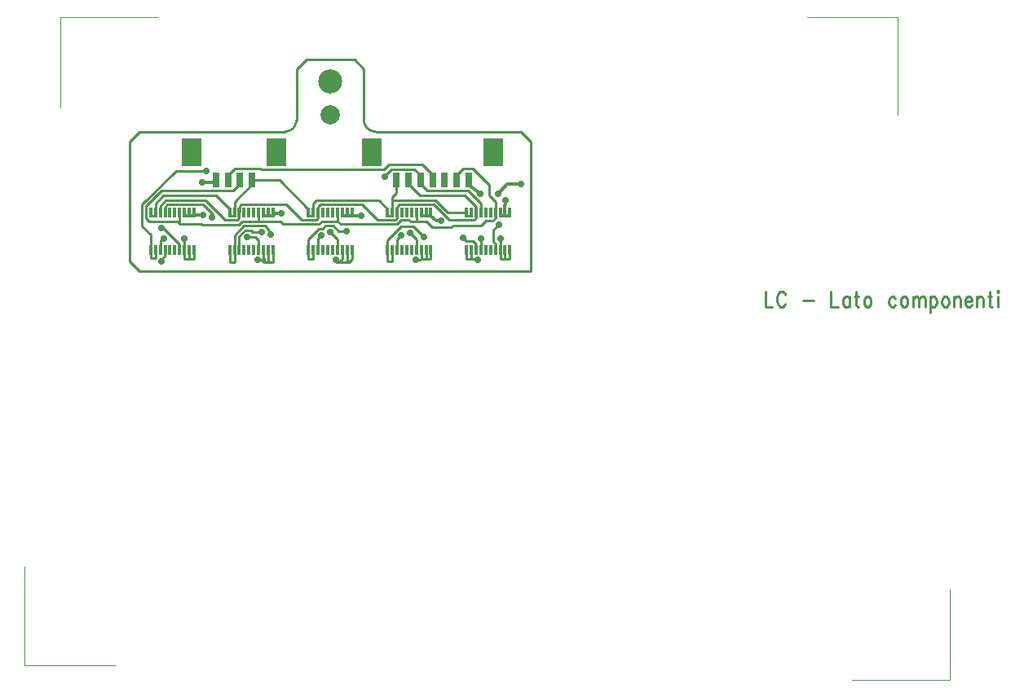
<source format=gbr>
*
*
G04 PADS VX.0 Build Number: 635560 generated Gerber (RS-274-X) file*
G04 PC Version=2.1*
*
%IN "FTC_001.pcb"*%
*
%MOIN*%
*
%FSLAX35Y35*%
*
*
*
*
G04 PC Standard Apertures*
*
*
G04 Thermal Relief Aperture macro.*
%AMTER*
1,1,$1,0,0*
1,0,$1-$2,0,0*
21,0,$3,$4,0,0,45*
21,0,$3,$4,0,0,135*
%
*
*
G04 Annular Aperture macro.*
%AMANN*
1,1,$1,0,0*
1,0,$2,0,0*
%
*
*
G04 Odd Aperture macro.*
%AMODD*
1,1,$1,0,0*
1,0,$1-0.005,0,0*
%
*
*
G04 PC Custom Aperture Macros*
*
*
*
*
*
*
G04 PC Aperture Table*
*
%ADD010C,0.01*%
%ADD040C,0.001*%
%ADD070C,0.07874*%
%ADD091C,0.01181*%
%ADD132C,0.09843*%
%ADD160C,0.02795*%
%ADD161R,0.02756X0.06299*%
%ADD162R,0.08268X0.11811*%
%ADD163R,0.01181X0.03937*%
*
*
*
*
G04 PC Circuitry*
G04 Layer Name FTC_001.pcb - circuitry*
%LPD*%
*
*
G04 PC Custom Flashes*
G04 Layer Name FTC_001.pcb - flashes*
%LPD*%
*
*
G04 PC Circuitry*
G04 Layer Name FTC_001.pcb - circuitry*
%LPD*%
*
G54D10*
G01X571654Y356956D02*
Y350394D01*
X574381*
X579835Y355394D02*
X579608Y356019D01*
X579154Y356644*
X578699Y356956*
X577790*
X577335Y356644*
X576881Y356019*
X576654Y355394*
X576426Y354456*
Y352894*
X576654Y351956*
X576881Y351331*
X577335Y350706*
X577790Y350394*
X578699*
X579154Y350706*
X579608Y351331*
X579835Y351956*
X587108Y353206D02*
X591199D01*
X598472Y356956D02*
Y350394D01*
X601199*
X605972Y354769D02*
Y350394D01*
Y353831D02*
X605517Y354456D01*
X605063Y354769*
X604381*
X603926Y354456*
X603472Y353831*
X603244Y352894*
Y352269*
X603472Y351331*
X603926Y350706*
X604381Y350394*
X605063*
X605517Y350706*
X605972Y351331*
X608699Y356956D02*
Y351644D01*
X608926Y350706*
X609381Y350394*
X609835*
X608017Y354769D02*
X609608D01*
X613017D02*
X612563Y354456D01*
X612108Y353831*
X611881Y352894*
Y352269*
X612108Y351331*
X612563Y350706*
X613017Y350394*
X613699*
X614154Y350706*
X614608Y351331*
X614835Y352269*
Y352894*
X614608Y353831*
X614154Y354456*
X613699Y354769*
X613017*
X624835Y353831D02*
X624381Y354456D01*
X623926Y354769*
X623244*
X622790Y354456*
X622335Y353831*
X622108Y352894*
Y352269*
X622335Y351331*
X622790Y350706*
X623244Y350394*
X623926*
X624381Y350706*
X624835Y351331*
X628017Y354769D02*
X627563Y354456D01*
X627108Y353831*
X626881Y352894*
Y352269*
X627108Y351331*
X627563Y350706*
X628017Y350394*
X628699*
X629154Y350706*
X629608Y351331*
X629835Y352269*
Y352894*
X629608Y353831*
X629154Y354456*
X628699Y354769*
X628017*
X631881D02*
Y350394D01*
Y353519D02*
X632563Y354456D01*
X633017Y354769*
X633699*
X634154Y354456*
X634381Y353519*
Y350394*
Y353519D02*
X635063Y354456D01*
X635517Y354769*
X636199*
X636654Y354456*
X636881Y353519*
Y350394*
X638926Y354769D02*
Y348206D01*
Y353831D02*
X639381Y354456D01*
X639835Y354769*
X640517*
X640972Y354456*
X641426Y353831*
X641654Y352894*
Y352269*
X641426Y351331*
X640972Y350706*
X640517Y350394*
X639835*
X639381Y350706*
X638926Y351331*
X644835Y354769D02*
X644381Y354456D01*
X643926Y353831*
X643699Y352894*
Y352269*
X643926Y351331*
X644381Y350706*
X644835Y350394*
X645517*
X645972Y350706*
X646426Y351331*
X646654Y352269*
Y352894*
X646426Y353831*
X645972Y354456*
X645517Y354769*
X644835*
X648699D02*
Y350394D01*
Y353519D02*
X649381Y354456D01*
X649835Y354769*
X650517*
X650972Y354456*
X651199Y353519*
Y350394*
X653244Y352894D02*
X655972D01*
Y353519*
X655744Y354144*
X655517Y354456*
X655063Y354769*
X654381*
X653926Y354456*
X653472Y353831*
X653244Y352894*
Y352269*
X653472Y351331*
X653926Y350706*
X654381Y350394*
X655063*
X655517Y350706*
X655972Y351331*
X658017Y354769D02*
Y350394D01*
Y353519D02*
X658699Y354456D01*
X659154Y354769*
X659835*
X660290Y354456*
X660517Y353519*
Y350394*
X663244Y356956D02*
Y351644D01*
X663472Y350706*
X663926Y350394*
X664381*
X662563Y354769D02*
X664154D01*
X666426Y356956D02*
X666654Y356644D01*
X666881Y356956*
X666654Y357269*
X666426Y356956*
X666654Y354769D02*
Y350394D01*
X336024Y370079D02*
X337992D01*
Y373780*
X336024Y370079D02*
Y373780D01*
X326003Y372835D02*
X326058Y372780D01*
Y371260*
X326091Y372311*
Y373780*
X326181*
X324803Y369291D02*
Y370005D01*
X326058Y371260*
X334055Y373780D02*
Y370079D01*
X336024*
X324213Y373780D02*
Y377448D01*
X325111Y378346*
X325591*
X320276Y373780D02*
Y370472D01*
X322244*
Y373780*
X356496D02*
Y379461D01*
X358925Y381890*
X361312*
X362099Y381102*
X365748*
X354528Y373780D02*
Y379897D01*
X358331Y383700*
X367139*
X367751Y383089*
X369482Y380440*
X352559Y373780D02*
Y368898D01*
X354528*
Y373780*
X368307Y368898D02*
X370276D01*
Y373780*
X368307Y368898D02*
Y373780D01*
X364173Y369685D02*
X365728D01*
X366516Y368897*
X366339Y373780D02*
Y368898D01*
X368307*
X366339Y373780D02*
X366429D01*
Y372311*
X366516Y368897*
X400787Y368898D02*
X397409D01*
X398622Y370111*
Y373780*
X396063Y369685D02*
Y368898D01*
X397409*
X388780Y373780D02*
Y378543D01*
X390157Y379921*
X384843Y373780D02*
Y378280D01*
X389144Y382581*
X390658*
X391777Y383700*
X394934*
X397138Y381496*
X400394*
X384843Y373780D02*
Y370079D01*
X386811*
Y373780*
X400787Y368898D02*
X401346D01*
X402559Y370111*
Y373780*
X400591D02*
Y369094D01*
X400787Y368898*
X417126Y373780D02*
Y377886D01*
X422704Y383465*
X427559*
X431890Y379134*
X417126Y373780D02*
Y369291D01*
X419094*
Y373780*
X430906Y370111D02*
Y370079D01*
X432874*
X430906Y370111D02*
Y373780D01*
X432874Y370079D02*
X434843D01*
Y373780*
X432874Y370079D02*
Y373780D01*
X428740Y369685D02*
X430480D01*
X430906Y370111*
X421063Y373780D02*
Y378150D01*
X422835Y379921*
X455315Y373780D02*
X455406D01*
Y375248*
X455512Y378346*
X451378Y373780D02*
Y370079D01*
X453543*
X453937Y369685*
X449409Y373780D02*
Y370079D01*
X451378*
X453937Y369685*
X465157Y373780D02*
Y370079D01*
X467126*
Y373780*
X463189D02*
X463280D01*
Y375248*
X463386Y378346*
X463189Y373780D02*
Y370079D01*
X465157*
X316785Y383478D02*
Y392382D01*
X330702Y406299*
X342913*
X316785Y383478D02*
X320276Y379987D01*
Y373780*
X332177Y384752D02*
X332283Y384646D01*
X340961*
X341355Y384252*
X356353*
X357534Y385433*
X364259*
X364370Y385544*
X318485Y391678D02*
Y386721D01*
X319773Y385433*
X331496*
X332177Y384752*
X318485Y391678D02*
X324838Y398031D01*
X354035*
X356791Y400787*
Y402559*
X333858Y378346D02*
X333965Y375248D01*
Y373780*
X334055*
X324803Y382677D02*
X325477D01*
X332087Y376067*
Y373780*
Y389213D02*
X332177D01*
Y384752*
X326181Y389213D02*
Y391500D01*
X327062Y392381*
X341758*
X345629Y388510*
Y387199*
X324213Y389213D02*
Y391936D01*
X326358Y394081*
X342655*
X350692Y386044*
X355615*
X356496Y386925*
Y389213*
X322244D02*
Y392881D01*
X325426Y396063*
X347087*
X352559Y390591*
Y389213*
X320276D02*
Y387744D01*
X322244*
Y389213*
X345276Y387008D02*
X345629Y387199D01*
X356496Y389213D02*
X356674Y389391D01*
Y391678*
X357377Y392381*
X375654*
X381991Y386044*
X387899*
X388780Y386925*
Y389213*
X354528D02*
Y393602D01*
X361713Y400787*
Y402559*
X352559Y389213D02*
Y387744D01*
X354528*
Y389213*
X364370Y385544D02*
X373261D01*
X374461Y384344*
X389168*
X390368Y385544*
X396654*
X364370D02*
Y389213D01*
X369291Y380315D02*
X369482Y380440D01*
X359843Y379134D02*
X362940D01*
X364370Y377704*
Y373780*
X396654Y385544D02*
X397854Y384344D01*
X420886*
X422586Y386044*
X425950*
X426450Y385544*
X428937*
X396654D02*
Y389213D01*
X393701Y381102D02*
X396654Y378150D01*
Y373780*
X388780Y389213D02*
Y391500D01*
X389660Y392381*
X406674*
X413011Y386044*
X420182*
X421063Y386925*
Y389213*
X386811D02*
Y392881D01*
X388024Y394094*
X413622*
X417126Y390591*
Y389213*
X384843D02*
Y387744D01*
X386811*
Y389213*
X417126D02*
Y387744D01*
X419094*
Y389213*
Y393903D02*
Y395425D01*
X420768Y397098*
Y402559*
X419094Y393903D02*
X419355Y394163D01*
X436718*
X441668Y389213*
X449409*
X428937D02*
Y385544D01*
X432869*
X435342Y383071*
X443089*
X443877Y383858*
X455214*
X457182Y385827*
X460122*
X461220Y386925*
Y389213*
X426378Y380709D02*
X428937Y378150D01*
Y373780*
X421063Y389213D02*
Y391500D01*
X421944Y392381*
X436096*
X442433Y386044*
X452466*
X453346Y386925*
Y389213*
X419094D02*
Y393903D01*
X448031Y378740D02*
X449213Y377559D01*
X451855*
X453346Y376067*
Y373780*
X449409Y389213D02*
Y387744D01*
X451378*
Y389213*
X462598Y384252D02*
X460408Y382062D01*
Y377265*
X461220Y376453*
Y373780*
X351870Y402559D02*
Y404331D01*
X354626Y407087*
X365157*
X365551Y406693*
X415727*
X417696Y408661*
X431201*
X435531Y404331*
Y402559*
X361713D02*
X372874D01*
X384843Y390591*
Y389213*
X416142Y403937D02*
X415970Y404109D01*
X418772Y406911*
X428030*
X430610Y404331*
Y402559*
X425689D02*
Y400787D01*
X430413Y396063*
X448784*
X453346Y391500*
Y389213*
X430610Y402559D02*
Y400787D01*
X433366Y398031*
X450165*
X455315Y392881*
Y389213*
X445374Y402559D02*
Y404331D01*
X448130Y407087*
X451992*
X458661Y400418*
Y396063*
X461220Y393504*
Y389213*
X315748Y365157D02*
X475591D01*
Y418307*
X471654Y422244*
X412205*
X407480Y426969D02*
G75*
G03X412205Y422244I4725J-0D01*
G01X407480Y426969D02*
Y447835D01*
X403543Y451772*
X383858*
X379921Y447835*
Y426969*
X375197Y422244D02*
G03X379921Y426969I-0J4725D01*
G01X375197Y422244D02*
X315748D01*
X311811Y418307*
Y369094*
X315748Y365157*
G54D40*
X606890Y197666D02*
X647047D01*
Y234673*
X625787Y429162D02*
Y469319D01*
X588780*
X268701Y244122D02*
Y203965D01*
X305709*
X323425Y469319D02*
X283268D01*
Y432311*
G54D70*
X393701Y429134D03*
G54D91*
X336024Y389213D02*
Y387835D01*
X337992*
Y389213*
X334055D02*
Y387835D01*
X336024*
Y389213*
X337992D02*
Y387835D01*
X338346Y388189*
X341732*
X370276Y389213D02*
Y387835D01*
X371417Y388976*
X373622*
X368307Y389213D02*
Y387835D01*
X370276*
Y389213*
X366339D02*
Y387835D01*
X368307*
Y389213*
X402559D02*
Y387835D01*
X406299Y387795*
X400591Y389213D02*
Y387835D01*
X402559*
Y389213*
X398622D02*
Y387835D01*
X400591*
Y389213*
X434843D02*
Y387835D01*
X436850Y385827*
X438976*
X432874Y389213D02*
Y387835D01*
X434843*
Y389213*
X430906D02*
Y387835D01*
X432874*
Y389213*
X462205Y396850D02*
X466142Y400787D01*
X471654*
X465157Y389213D02*
Y387835D01*
X467126*
Y389213*
X465157D02*
Y390591D01*
X465354Y394094*
X463189Y389213D02*
Y387835D01*
X465157*
Y389213*
X341339Y401575D02*
X346949D01*
Y402559*
X450295D02*
Y400615D01*
X455118Y396850*
G54D132*
X393701Y442913D03*
G54D160*
X324803Y369291D03*
X364173Y369685D03*
X396063D03*
X428740D03*
X453937D03*
X333858Y378346D03*
X324803Y382677D03*
X325591Y378346D03*
X345276Y387008D03*
X341732Y388189D03*
X369291Y380315D03*
X359843Y379134D03*
X365748Y381102D03*
X373622Y388976D03*
X393701Y381102D03*
X390157Y379921D03*
X400394Y381496D03*
X406299Y387795D03*
X426378Y380709D03*
X422835Y379921D03*
X431890Y379134D03*
X448031Y378740D03*
X455512Y378346D03*
X455118Y396850D03*
X438976Y385827D03*
X462598Y384252D03*
X463386Y378346D03*
X462205Y396850D03*
X465354Y394094D03*
X342913Y406299D03*
X341339Y401575D03*
X416142Y403937D03*
X471654Y400787D03*
G54D161*
X450295Y402559D03*
X445374D03*
X440453D03*
X435531D03*
X430610D03*
X425689D03*
X420768D03*
X361713D03*
X356791D03*
X351870D03*
X346949D03*
G54D162*
X460335Y413976D03*
X410728D03*
X371752D03*
X336909D03*
G54D163*
X449409Y389213D03*
Y373780D03*
X451378Y389213D03*
Y373780D03*
X453346Y389213D03*
Y373780D03*
X455315Y389213D03*
Y373780D03*
X457283Y389213D03*
Y373780D03*
X459252Y389213D03*
Y373780D03*
X461220Y389213D03*
Y373780D03*
X463189Y389213D03*
Y373780D03*
X465157Y389213D03*
Y373780D03*
X467126Y389213D03*
Y373780D03*
X417126Y389213D03*
Y373780D03*
X419094Y389213D03*
Y373780D03*
X421063Y389213D03*
Y373780D03*
X423031Y389213D03*
Y373780D03*
X425000Y389213D03*
Y373780D03*
X426969Y389213D03*
Y373780D03*
X428937Y389213D03*
Y373780D03*
X430906Y389213D03*
Y373780D03*
X432874Y389213D03*
Y373780D03*
X434843Y389213D03*
Y373780D03*
X384843Y389213D03*
Y373780D03*
X386811Y389213D03*
Y373780D03*
X388780Y389213D03*
Y373780D03*
X390748Y389213D03*
Y373780D03*
X392717Y389213D03*
Y373780D03*
X394685Y389213D03*
Y373780D03*
X396654Y389213D03*
Y373780D03*
X398622Y389213D03*
Y373780D03*
X400591Y389213D03*
Y373780D03*
X402559Y389213D03*
Y373780D03*
X352559Y389213D03*
Y373780D03*
X354528Y389213D03*
Y373780D03*
X356496Y389213D03*
Y373780D03*
X358465Y389213D03*
Y373780D03*
X360433Y389213D03*
Y373780D03*
X362402Y389213D03*
Y373780D03*
X364370Y389213D03*
Y373780D03*
X366339Y389213D03*
Y373780D03*
X368307Y389213D03*
Y373780D03*
X370276Y389213D03*
Y373780D03*
X320276Y389213D03*
Y373780D03*
X322244Y389213D03*
Y373780D03*
X324213Y389213D03*
Y373780D03*
X326181Y389213D03*
Y373780D03*
X328150Y389213D03*
Y373780D03*
X330118Y389213D03*
Y373780D03*
X332087Y389213D03*
Y373780D03*
X334055Y389213D03*
Y373780D03*
X336024Y389213D03*
Y373780D03*
X337992Y389213D03*
Y373780D03*
G74*
X0Y0D02*
M02*

</source>
